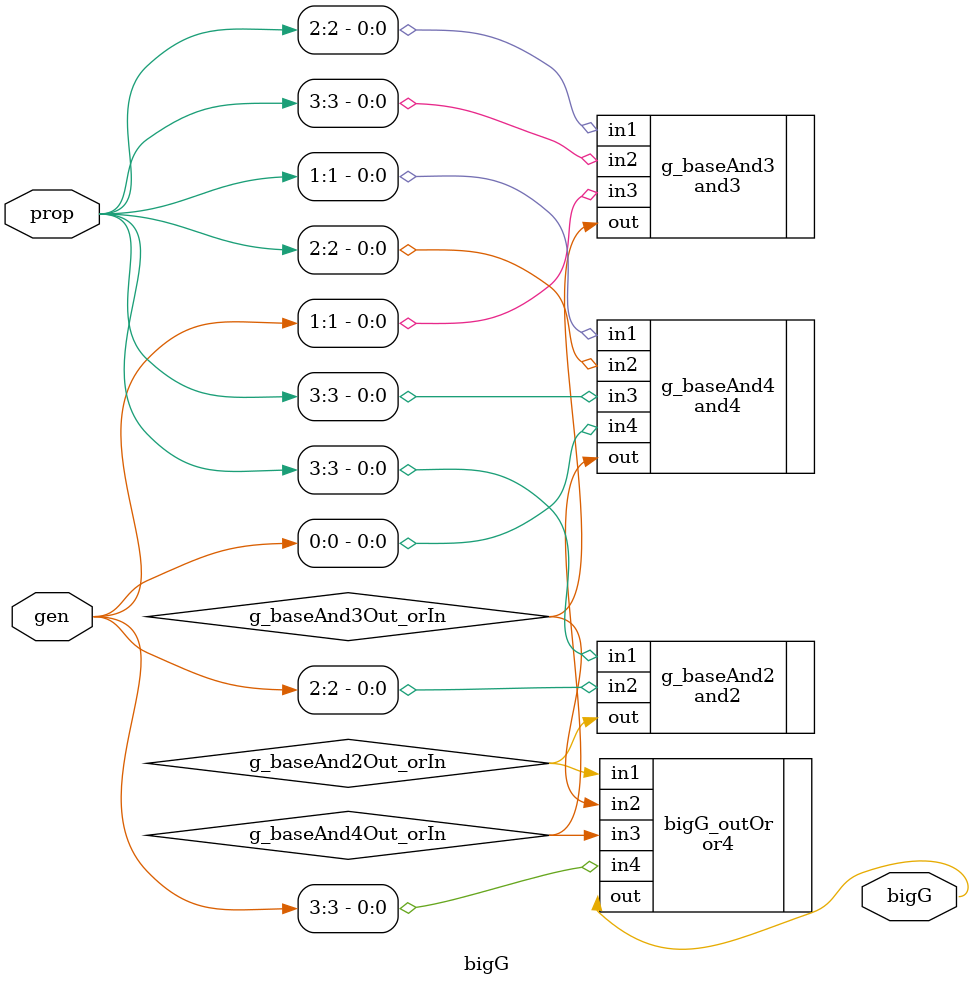
<source format=v>
/*
    CS/ECE 552 Spring '22
    Homework #1, Problem 2

    Filename: carryLogic.v
    Description: Takes in 4 bits of prop and gen, returns the corresponding G (bigG).
*/
module bigG (prop, gen, bigG);

    input [3:0]  prop, gen;
    output       bigG;

    // intermediate wires
    wire          g_baseAnd2Out_orIn, g_baseAnd3Out_orIn, g_baseAnd4Out_orIn;


    /*
      G(i,i+3) = g3 + p3 * g2  + p3  * p2 * g1 + p3  * p2 * p1 * g0
      implement this with a 4-OR that takes as inputs g3, a 2-AND, a 3-AND,
      and a 4-AND.
     */
    and2 g_baseAnd2 (// OUTPUT
                     .out(g_baseAnd2Out_orIn),
                     // INPUTS
                     .in1(prop[3]),
                     .in2(gen[2])
                     );

    and3 g_baseAnd3 (// OUTPUT
                     .out(g_baseAnd3Out_orIn),
                     // INPUTS
                     .in1(prop[2]),
                     .in2(prop[3]),
                     .in3(gen[1])
                     );

    and4 g_baseAnd4 (// OUTPUT
                     .out(g_baseAnd4Out_orIn),
                     // INPUTS
                     .in1(prop[1]),
                     .in2(prop[2]),
                     .in3(prop[3]),
                     .in4(gen[0])
                     );

    or4 bigG_outOr (// OUTPUT
                    .out(bigG),
                    // INPUTS
                    .in1(g_baseAnd2Out_orIn),
                    .in2(g_baseAnd3Out_orIn),
                    .in3(g_baseAnd4Out_orIn),
                    .in4(gen[3])
                    );

endmodule // bigG

</source>
